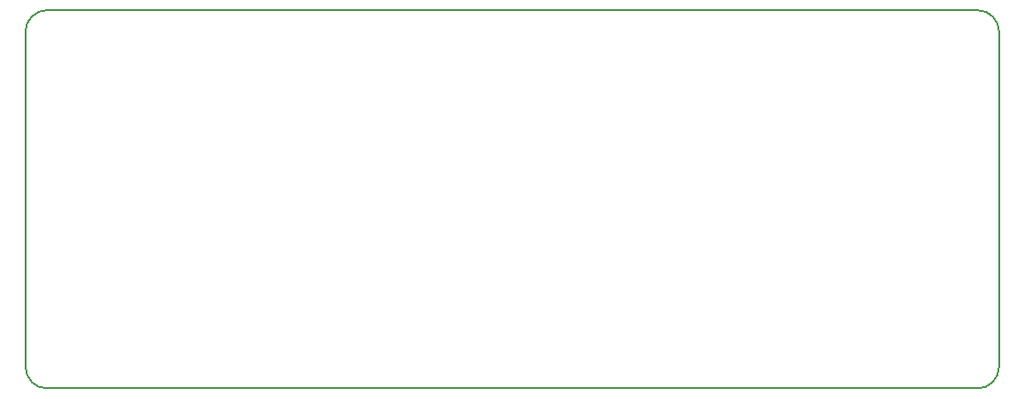
<source format=gm1>
G04*
G04 #@! TF.GenerationSoftware,Altium Limited,Altium Designer,25.2.1 (25)*
G04*
G04 Layer_Color=16711935*
%FSLAX44Y44*%
%MOMM*%
G71*
G04*
G04 #@! TF.SameCoordinates,151459D2-9B86-48AD-89DC-2ABF3E981002*
G04*
G04*
G04 #@! TF.FilePolarity,Positive*
G04*
G01*
G75*
%ADD12C,0.2000*%
%ADD15C,0.1993*%
D12*
X-0Y20000D02*
G03*
X20000Y0I20000J0D01*
G01*
X880000Y-0D02*
G03*
X900000Y20000I0J20000D01*
G01*
X900000Y330000D02*
G03*
X880000Y350000I-20000J0D01*
G01*
X20000D02*
G03*
X0Y330000I0J-20000D01*
G01*
X20000Y350000D02*
X880000D01*
X20000Y0D02*
X880000D01*
X900000Y20000D02*
Y330000D01*
X0Y20000D02*
Y320000D01*
D15*
Y330000D01*
M02*

</source>
